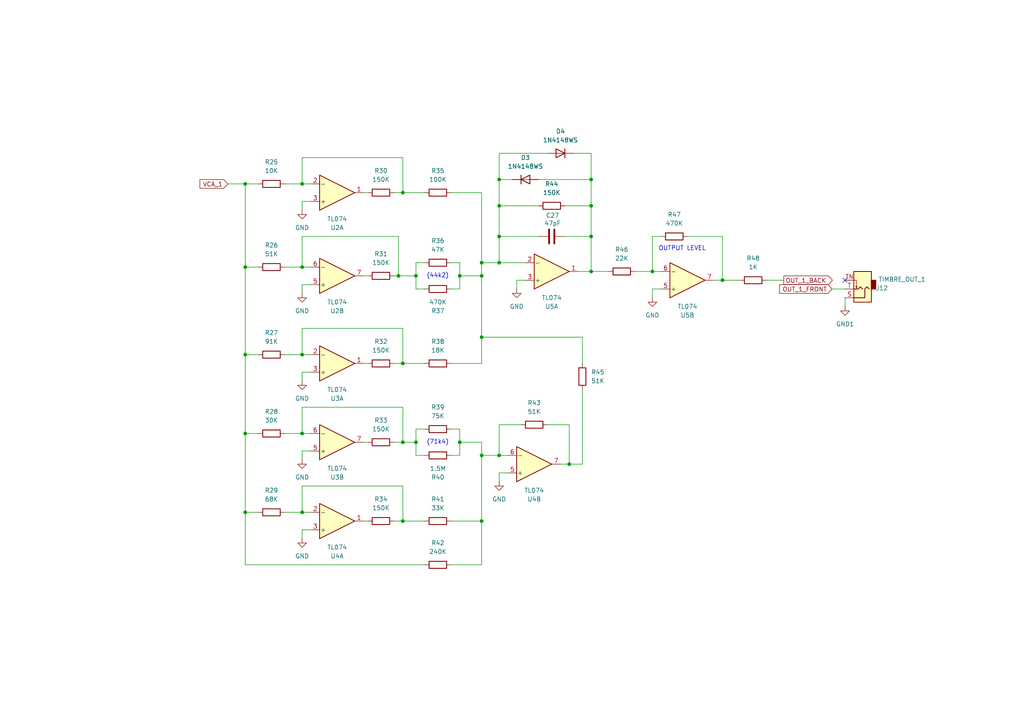
<source format=kicad_sch>
(kicad_sch (version 20231120) (generator "eeschema") (generator_version "8.0")
  (paper "A4")
  (title_block (title "Dual Timbre Wavefolder Section") (date "2025-05-01") (rev "1.0") (company "StudioKAT"))
  (lib_symbols
    (symbol "Amplifier_Operational:TL074" (pin_names (offset 0.127))
      (property "Reference" "U" (at 0 5.08 0))
      (property "Value" "TL074" (at 0 -5.08 0))
      (symbol "TL074_1_1"
        (polyline (pts (xy -5.08 5.08) (xy 5.08 0) (xy -5.08 -5.08) (xy -5.08 5.08)) (stroke (width 0.254)) (fill (type background)))
        (pin output line (at 7.62 0 180) (length 2.54) (name "~") (number "1"))
        (pin input line (at -7.62 -2.54 0) (length 2.54) (name "-") (number "2"))
        (pin input line (at -7.62 2.54 0) (length 2.54) (name "+") (number "3"))
      )
      (symbol "TL074_2_1"
        (polyline (pts (xy -5.08 5.08) (xy 5.08 0) (xy -5.08 -5.08) (xy -5.08 5.08)) (stroke (width 0.254)) (fill (type background)))
        (pin input line (at -7.62 2.54 0) (length 2.54) (name "+") (number "5"))
        (pin input line (at -7.62 -2.54 0) (length 2.54) (name "-") (number "6"))
        (pin output line (at 7.62 0 180) (length 2.54) (name "~") (number "7"))
      )
      (symbol "TL074_3_1"
        (polyline (pts (xy -5.08 5.08) (xy 5.08 0) (xy -5.08 -5.08) (xy -5.08 5.08)) (stroke (width 0.254)) (fill (type background)))
        (pin input line (at -7.62 2.54 0) (length 2.54) (name "+") (number "10"))
        (pin output line (at 7.62 0 180) (length 2.54) (name "~") (number "8"))
        (pin input line (at -7.62 -2.54 0) (length 2.54) (name "-") (number "9"))
      )
      (symbol "TL074_4_1"
        (polyline (pts (xy -5.08 5.08) (xy 5.08 0) (xy -5.08 -5.08) (xy -5.08 5.08)) (stroke (width 0.254)) (fill (type background)))
        (pin input line (at -7.62 2.54 0) (length 2.54) (name "+") (number "12"))
        (pin input line (at -7.62 -2.54 0) (length 2.54) (name "-") (number "13"))
        (pin output line (at 7.62 0 180) (length 2.54) (name "~") (number "14"))
      )
      (symbol "TL074_5_1"
        (pin power_in line (at -2.54 -7.62 90) (length 3.81) (name "V-") (number "11"))
        (pin power_in line (at -2.54 7.62 270) (length 3.81) (name "V+") (number "4"))
      )
    )
    (symbol "Connector_Audio:AudioJack2_SwitchT"
      (property "Reference" "J" (at 0 8.89 0))
      (property "Value" "AudioJack2_SwitchT" (at 0 6.35 0))
      (symbol "AudioJack2_SwitchT_0_1"
        (rectangle (start -2.54 0) (end -3.81 -2.54) (stroke (width 0.254)) (fill (type outline)))
        (polyline (pts (xy 1.778 -0.254) (xy 2.032 -0.762)))
        (polyline (pts (xy 0 0) (xy 0.635 -0.635) (xy 1.27 0) (xy 2.54 0)) (stroke (width 0.254)))
        (polyline (pts (xy 2.54 -2.54) (xy 1.778 -2.54) (xy 1.778 -0.254) (xy 1.524 -0.762)))
        (polyline (pts (xy 2.54 2.54) (xy -0.635 2.54) (xy -0.635 0) (xy -1.27 -0.635) (xy -1.905 0)) (stroke (width 0.254)))
        (rectangle (start 2.54 3.81) (end -2.54 -5.08) (stroke (width 0.254)) (fill (type background)))
      )
      (symbol "AudioJack2_SwitchT_1_1"
        (pin passive line (at 5.08 2.54 180) (length 2.54) (name "~") (number "S"))
        (pin passive line (at 5.08 0 180) (length 2.54) (name "~") (number "T"))
        (pin passive line (at 5.08 -2.54 180) (length 2.54) (name "~") (number "TN"))
      )
    )
    (symbol "Device:C" (pin_numbers hide) (pin_names (offset 0.254))
      (property "Reference" "C" (at 0.635 2.54 0))
      (property "Value" "C" (at 0.635 -2.54 0))
      (symbol "C_0_1"
        (polyline (pts (xy -2.032 -0.762) (xy 2.032 -0.762)) (stroke (width 0.508)))
        (polyline (pts (xy -2.032 0.762) (xy 2.032 0.762)) (stroke (width 0.508)))
      )
      (symbol "C_1_1"
        (pin passive line (at 0 3.81 270) (length 2.794) (name "~") (number "1"))
        (pin passive line (at 0 -3.81 90) (length 2.794) (name "~") (number "2"))
      )
    )
    (symbol "Device:R" (pin_numbers hide) (pin_names (offset 0))
      (property "Reference" "R" (at 2.032 0 90))
      (property "Value" "R" (at 0 0 90))
      (symbol "R_0_1"
        (rectangle (start -1.016 -2.54) (end 1.016 2.54) (stroke (width 0.254)))
      )
      (symbol "R_1_1"
        (pin passive line (at 0 3.81 270) (length 1.27) (name "~") (number "1"))
        (pin passive line (at 0 -3.81 90) (length 1.27) (name "~") (number "2"))
      )
    )
    (symbol "Diode:1N4148WS" (pin_numbers hide) (pin_names hide)
      (property "Reference" "D" (at 0 2.54 0))
      (property "Value" "1N4148WS" (at 0 -2.54 0))
      (symbol "1N4148WS_0_1"
        (polyline (pts (xy -1.27 1.27) (xy -1.27 -1.27)) (stroke (width 0.254)))
        (polyline (pts (xy 1.27 0) (xy -1.27 0)))
        (polyline (pts (xy 1.27 1.27) (xy 1.27 -1.27) (xy -1.27 0) (xy 1.27 1.27)) (stroke (width 0.254)))
      )
      (symbol "1N4148WS_1_1"
        (pin passive line (at -3.81 0 0) (length 2.54) (name "K") (number "1"))
        (pin passive line (at 3.81 0 180) (length 2.54) (name "A") (number "2"))
      )
    )
    (symbol "power:GND" (power) (pin_numbers hide) (pin_names (offset 0) hide)
      (property "Value" "GND" (at 0 -3.81 0))
      (symbol "GND_0_1"
        (polyline (pts (xy 0 0) (xy 0 -1.27) (xy 1.27 -1.27) (xy 0 -2.54) (xy -1.27 -1.27) (xy 0 -1.27)))
      )
      (symbol "GND_1_1"
        (pin power_in line (at 0 0 270) (length 0) (name "~") (number "1"))
      )
    )
    (symbol "power:GND1" (power) (pin_numbers hide) (pin_names (offset 0) hide)
      (property "Value" "GND1" (at 0 -3.81 0))
      (symbol "GND1_0_1"
        (polyline (pts (xy 0 0) (xy 0 -1.27) (xy 1.27 -1.27) (xy 0 -2.54) (xy -1.27 -1.27) (xy 0 -1.27)))
      )
      (symbol "GND1_1_1"
        (pin power_in line (at 0 0 270) (length 0) (name "~") (number "1"))
      )
    )
  )
  (junction (at 87.63 102.87))
  (junction (at 87.63 77.47))
  (junction (at 71.12 125.73))
  (junction (at 120.65 128.27))
  (junction (at 87.63 125.73))
  (junction (at 171.45 78.74))
  (junction (at 165.1 134.62))
  (junction (at 115.57 80.01))
  (junction (at 71.12 148.59))
  (junction (at 87.63 148.59))
  (junction (at 120.65 80.01))
  (junction (at 144.78 52.07))
  (junction (at 139.7 151.13))
  (junction (at 87.63 53.34))
  (junction (at 189.23 78.74))
  (junction (at 71.12 53.34))
  (junction (at 133.35 80.01))
  (junction (at 171.45 52.07))
  (junction (at 71.12 102.87))
  (junction (at 139.7 132.08))
  (junction (at 133.35 128.27))
  (junction (at 116.84 55.88))
  (junction (at 116.84 105.41))
  (junction (at 209.55 81.28))
  (junction (at 171.45 59.69))
  (junction (at 71.12 77.47))
  (junction (at 144.78 132.08))
  (junction (at 139.7 80.01))
  (junction (at 144.78 76.2))
  (junction (at 144.78 68.58))
  (junction (at 139.7 76.2))
  (junction (at 144.78 59.69))
  (junction (at 116.84 151.13))
  (junction (at 116.84 128.27))
  (junction (at 171.45 68.58))
  (junction (at 139.7 97.79))
  (no_connect (at 245.11 81.28))
  (wire (pts (xy 156.21 52.07) (xy 171.45 52.07)))
  (wire (pts (xy 87.63 130.81) (xy 87.63 133.35)))
  (wire (pts (xy 71.12 102.87) (xy 71.12 125.73)))
  (wire (pts (xy 82.55 102.87) (xy 87.63 102.87)))
  (wire (pts (xy 144.78 52.07) (xy 144.78 59.69)))
  (wire (pts (xy 191.77 83.82) (xy 189.23 83.82)))
  (wire (pts (xy 87.63 82.55) (xy 87.63 85.09)))
  (wire (pts (xy 168.91 134.62) (xy 165.1 134.62)))
  (wire (pts (xy 133.35 83.82) (xy 133.35 80.01)))
  (wire (pts (xy 87.63 68.58) (xy 115.57 68.58)))
  (wire (pts (xy 133.35 132.08) (xy 130.81 132.08)))
  (wire (pts (xy 139.7 55.88) (xy 139.7 76.2)))
  (wire (pts (xy 189.23 78.74) (xy 191.77 78.74)))
  (wire (pts (xy 158.75 123.19) (xy 165.1 123.19)))
  (wire (pts (xy 71.12 148.59) (xy 71.12 163.83)))
  (wire (pts (xy 133.35 124.46) (xy 133.35 128.27)))
  (wire (pts (xy 199.39 68.58) (xy 209.55 68.58)))
  (wire (pts (xy 130.81 55.88) (xy 139.7 55.88)))
  (wire (pts (xy 171.45 78.74) (xy 167.64 78.74)))
  (wire (pts (xy 139.7 105.41) (xy 139.7 97.79)))
  (wire (pts (xy 171.45 78.74) (xy 176.53 78.74)))
  (wire (pts (xy 241.3 83.82) (xy 245.11 83.82)))
  (wire (pts (xy 120.65 124.46) (xy 123.19 124.46)))
  (wire (pts (xy 116.84 105.41) (xy 116.84 95.25)))
  (wire (pts (xy 130.81 151.13) (xy 139.7 151.13)))
  (wire (pts (xy 90.17 153.67) (xy 87.63 153.67)))
  (wire (pts (xy 106.68 105.41) (xy 105.41 105.41)))
  (wire (pts (xy 120.65 83.82) (xy 120.65 80.01)))
  (wire (pts (xy 120.65 132.08) (xy 120.65 128.27)))
  (wire (pts (xy 168.91 97.79) (xy 139.7 97.79)))
  (wire (pts (xy 71.12 77.47) (xy 71.12 102.87)))
  (wire (pts (xy 116.84 151.13) (xy 116.84 140.97)))
  (wire (pts (xy 156.21 68.58) (xy 144.78 68.58)))
  (wire (pts (xy 144.78 137.16) (xy 144.78 139.7)))
  (wire (pts (xy 90.17 53.34) (xy 87.63 53.34)))
  (wire (pts (xy 105.41 128.27) (xy 106.68 128.27)))
  (wire (pts (xy 66.04 53.34) (xy 71.12 53.34)))
  (wire (pts (xy 165.1 123.19) (xy 165.1 134.62)))
  (wire (pts (xy 156.21 59.69) (xy 144.78 59.69)))
  (wire (pts (xy 163.83 68.58) (xy 171.45 68.58)))
  (wire (pts (xy 184.15 78.74) (xy 189.23 78.74)))
  (wire (pts (xy 130.81 83.82) (xy 133.35 83.82)))
  (wire (pts (xy 147.32 132.08) (xy 144.78 132.08)))
  (wire (pts (xy 144.78 132.08) (xy 144.78 123.19)))
  (wire (pts (xy 189.23 68.58) (xy 189.23 78.74)))
  (wire (pts (xy 116.84 55.88) (xy 123.19 55.88)))
  (wire (pts (xy 90.17 102.87) (xy 87.63 102.87)))
  (wire (pts (xy 116.84 151.13) (xy 123.19 151.13)))
  (wire (pts (xy 87.63 68.58) (xy 87.63 77.47)))
  (wire (pts (xy 139.7 80.01) (xy 139.7 76.2)))
  (wire (pts (xy 133.35 128.27) (xy 139.7 128.27)))
  (wire (pts (xy 74.93 102.87) (xy 71.12 102.87)))
  (wire (pts (xy 74.93 77.47) (xy 71.12 77.47)))
  (wire (pts (xy 87.63 107.95) (xy 87.63 110.49)))
  (wire (pts (xy 106.68 151.13) (xy 105.41 151.13)))
  (wire (pts (xy 139.7 80.01) (xy 139.7 97.79)))
  (wire (pts (xy 74.93 125.73) (xy 71.12 125.73)))
  (wire (pts (xy 106.68 55.88) (xy 105.41 55.88)))
  (wire (pts (xy 87.63 148.59) (xy 87.63 140.97)))
  (wire (pts (xy 222.25 81.28) (xy 227.33 81.28)))
  (wire (pts (xy 139.7 76.2) (xy 144.78 76.2)))
  (wire (pts (xy 90.17 82.55) (xy 87.63 82.55)))
  (wire (pts (xy 120.65 76.2) (xy 120.65 80.01)))
  (wire (pts (xy 144.78 137.16) (xy 147.32 137.16)))
  (wire (pts (xy 116.84 128.27) (xy 120.65 128.27)))
  (wire (pts (xy 149.86 81.28) (xy 149.86 83.82)))
  (wire (pts (xy 130.81 124.46) (xy 133.35 124.46)))
  (wire (pts (xy 82.55 125.73) (xy 87.63 125.73)))
  (wire (pts (xy 171.45 44.45) (xy 171.45 52.07)))
  (wire (pts (xy 90.17 58.42) (xy 87.63 58.42)))
  (wire (pts (xy 106.68 80.01) (xy 105.41 80.01)))
  (wire (pts (xy 144.78 59.69) (xy 144.78 68.58)))
  (wire (pts (xy 87.63 153.67) (xy 87.63 156.21)))
  (wire (pts (xy 245.11 88.9) (xy 245.11 86.36)))
  (wire (pts (xy 144.78 76.2) (xy 152.4 76.2)))
  (wire (pts (xy 152.4 81.28) (xy 149.86 81.28)))
  (wire (pts (xy 120.65 124.46) (xy 120.65 128.27)))
  (wire (pts (xy 120.65 83.82) (xy 123.19 83.82)))
  (wire (pts (xy 116.84 105.41) (xy 123.19 105.41)))
  (wire (pts (xy 144.78 68.58) (xy 144.78 76.2)))
  (wire (pts (xy 90.17 107.95) (xy 87.63 107.95)))
  (wire (pts (xy 87.63 140.97) (xy 116.84 140.97)))
  (wire (pts (xy 116.84 55.88) (xy 116.84 45.72)))
  (wire (pts (xy 82.55 77.47) (xy 87.63 77.47)))
  (wire (pts (xy 71.12 148.59) (xy 74.93 148.59)))
  (wire (pts (xy 209.55 68.58) (xy 209.55 81.28)))
  (wire (pts (xy 115.57 68.58) (xy 115.57 80.01)))
  (wire (pts (xy 144.78 123.19) (xy 151.13 123.19)))
  (wire (pts (xy 166.37 44.45) (xy 171.45 44.45)))
  (wire (pts (xy 130.81 105.41) (xy 139.7 105.41)))
  (wire (pts (xy 171.45 68.58) (xy 171.45 78.74)))
  (wire (pts (xy 133.35 80.01) (xy 139.7 80.01)))
  (wire (pts (xy 71.12 53.34) (xy 71.12 77.47)))
  (wire (pts (xy 144.78 132.08) (xy 139.7 132.08)))
  (wire (pts (xy 148.59 52.07) (xy 144.78 52.07)))
  (wire (pts (xy 87.63 45.72) (xy 116.84 45.72)))
  (wire (pts (xy 133.35 76.2) (xy 133.35 80.01)))
  (wire (pts (xy 87.63 95.25) (xy 116.84 95.25)))
  (wire (pts (xy 87.63 148.59) (xy 90.17 148.59)))
  (wire (pts (xy 133.35 132.08) (xy 133.35 128.27)))
  (wire (pts (xy 168.91 105.41) (xy 168.91 97.79)))
  (wire (pts (xy 123.19 163.83) (xy 71.12 163.83)))
  (wire (pts (xy 114.3 128.27) (xy 116.84 128.27)))
  (wire (pts (xy 87.63 58.42) (xy 87.63 60.96)))
  (wire (pts (xy 165.1 134.62) (xy 162.56 134.62)))
  (wire (pts (xy 71.12 125.73) (xy 71.12 148.59)))
  (wire (pts (xy 115.57 80.01) (xy 120.65 80.01)))
  (wire (pts (xy 139.7 132.08) (xy 139.7 151.13)))
  (wire (pts (xy 87.63 118.11) (xy 116.84 118.11)))
  (wire (pts (xy 209.55 81.28) (xy 214.63 81.28)))
  (wire (pts (xy 90.17 77.47) (xy 87.63 77.47)))
  (wire (pts (xy 82.55 148.59) (xy 87.63 148.59)))
  (wire (pts (xy 114.3 105.41) (xy 116.84 105.41)))
  (wire (pts (xy 191.77 68.58) (xy 189.23 68.58)))
  (wire (pts (xy 74.93 53.34) (xy 71.12 53.34)))
  (wire (pts (xy 87.63 102.87) (xy 87.63 95.25)))
  (wire (pts (xy 171.45 52.07) (xy 171.45 59.69)))
  (wire (pts (xy 120.65 76.2) (xy 123.19 76.2)))
  (wire (pts (xy 87.63 53.34) (xy 87.63 45.72)))
  (wire (pts (xy 90.17 130.81) (xy 87.63 130.81)))
  (wire (pts (xy 139.7 151.13) (xy 139.7 163.83)))
  (wire (pts (xy 114.3 151.13) (xy 116.84 151.13)))
  (wire (pts (xy 133.35 76.2) (xy 130.81 76.2)))
  (wire (pts (xy 114.3 55.88) (xy 116.84 55.88)))
  (wire (pts (xy 207.01 81.28) (xy 209.55 81.28)))
  (wire (pts (xy 168.91 113.03) (xy 168.91 134.62)))
  (wire (pts (xy 82.55 53.34) (xy 87.63 53.34)))
  (wire (pts (xy 139.7 163.83) (xy 130.81 163.83)))
  (wire (pts (xy 87.63 125.73) (xy 87.63 118.11)))
  (wire (pts (xy 171.45 59.69) (xy 171.45 68.58)))
  (wire (pts (xy 189.23 83.82) (xy 189.23 86.36)))
  (wire (pts (xy 158.75 44.45) (xy 144.78 44.45)))
  (wire (pts (xy 139.7 128.27) (xy 139.7 132.08)))
  (wire (pts (xy 120.65 132.08) (xy 123.19 132.08)))
  (wire (pts (xy 144.78 44.45) (xy 144.78 52.07)))
  (wire (pts (xy 116.84 128.27) (xy 116.84 118.11)))
  (wire (pts (xy 163.83 59.69) (xy 171.45 59.69)))
  (wire (pts (xy 87.63 125.73) (xy 90.17 125.73)))
  (wire (pts (xy 114.3 80.01) (xy 115.57 80.01)))
  (text "(71k4)" (at 123.698 129.032 0) (effects (font (size 1.27 1.27)) (justify left bottom)))
  (text "(44k2)" (at 123.698 80.772 0) (effects (font (size 1.27 1.27)) (justify left bottom)))
  (text "OUTPUT LEVEL" (at 197.866 72.136 0) (effects (font (size 1.27 1.27))))
  (global_label "VCA_1" (shape input) (at 66.04 53.34 180) (property "Intersheetrefs" "${INTERSHEET_REFS}" (effects (hide yes))))
  (global_label "OUT_1_FRONT" (shape input) (at 241.3 83.82 180) (property "Intersheetrefs" "${INTERSHEET_REFS}" (effects (hide yes))))
  (global_label "OUT_1_BACK" (shape output) (at 227.33 81.28 0) (property "Intersheetrefs" "${INTERSHEET_REFS}" (effects (hide yes))))
  (symbol (lib_id "Device:R") (at 110.49 105.41 90) (unit 1)
    (property "Reference" "R32" (at 110.49 99.06 90))
    (property "Value" "150K" (at 110.49 101.6 90))
    (property "Footprint" "Resistor_SMD:R_0402_1005Metric" (effects (hide yes)))
    (property "Description" "Resistor" (effects (hide yes)))
    (property "LCSC" "C25755" (effects (hide yes)))
  )
  (symbol (lib_id "Device:R") (at 127 151.13 90) (unit 1)
    (property "Reference" "R41" (at 127 144.78 90))
    (property "Value" "33K" (at 127 147.32 90))
    (property "Footprint" "Resistor_SMD:R_0402_1005Metric" (effects (hide yes)))
    (property "Description" "Resistor" (effects (hide yes)))
    (property "LCSC" "C25779" (effects (hide yes)))
  )
  (symbol (lib_id "Amplifier_Operational:TL074") (at 97.79 128.27 0) (mirror x) (unit 2)
    (property "Reference" "U3" (at 97.79 138.43 0))
    (property "Value" "TL074" (at 97.79 135.89 0))
    (property "Footprint" "Package_SO:SOIC-14_3.9x8.7mm_P1.27mm" (effects (hide yes)))
    (property "Datasheet" "http://www.ti.com/lit/ds/symlink/tl071.pdf" (effects (hide yes)))
    (property "Description" "Quad Low-Noise JFET-Input Operational Amplifiers, DIP-14/SOIC-14" (effects (hide yes)))
    (property "LCSC" "C6963" (effects (hide yes)))
  )
  (symbol (lib_id "power:GND") (at 87.63 85.09 0) (unit 1)
    (property "Reference" "#PWR043" (effects (hide yes)))
    (property "Value" "GND" (at 87.63 90.17 0))
    (property "Description" "Power symbol creates a global label with name \"GND\" , ground" (effects (hide yes)))
  )
  (symbol (lib_id "Diode:1N4148WS") (at 152.4 52.07 0) (unit 1)
    (property "Reference" "D3" (at 152.4 45.72 0))
    (property "Value" "1N4148WS" (at 152.4 48.26 0))
    (property "Footprint" "Diode_SMD:D_SOD-323" (effects (hide yes)))
    (property "Datasheet" "https://www.vishay.com/docs/85751/1n4148ws.pdf" (effects (hide yes)))
    (property "Description" "75V 0.15A Fast switching Diode, SOD-323" (effects (hide yes)))
    (property "Sim.Device" "D" (effects (hide yes)))
    (property "Sim.Pins" "1=K 2=A" (effects (hide yes)))
    (property "LCSC" "C2128" (effects (hide yes)))
  )
  (symbol (lib_id "Device:R") (at 127 76.2 90) (unit 1)
    (property "Reference" "R36" (at 127 69.85 90))
    (property "Value" "47K" (at 127 72.39 90))
    (property "Footprint" "Resistor_SMD:R_0402_1005Metric" (effects (hide yes)))
    (property "Description" "Resistor" (effects (hide yes)))
    (property "LCSC" "C25792" (effects (hide yes)))
  )
  (symbol (lib_id "Device:R") (at 218.44 81.28 90) (unit 1)
    (property "Reference" "R48" (at 218.44 74.93 90))
    (property "Value" "1K" (at 218.44 77.47 90))
    (property "Footprint" "Resistor_SMD:R_0402_1005Metric" (effects (hide yes)))
    (property "Description" "Resistor" (effects (hide yes)))
    (property "LCSC" "C11702" (effects (hide yes)))
  )
  (symbol (lib_id "power:GND") (at 87.63 60.96 0) (unit 1)
    (property "Reference" "#PWR042" (effects (hide yes)))
    (property "Value" "GND" (at 87.63 66.04 0))
    (property "Description" "Power symbol creates a global label with name \"GND\" , ground" (effects (hide yes)))
  )
  (symbol (lib_id "Amplifier_Operational:TL074") (at 97.79 105.41 0) (mirror x) (unit 1)
    (property "Reference" "U3" (at 97.79 115.57 0))
    (property "Value" "TL074" (at 97.79 113.03 0))
    (property "Footprint" "Package_SO:SOIC-14_3.9x8.7mm_P1.27mm" (effects (hide yes)))
    (property "Datasheet" "http://www.ti.com/lit/ds/symlink/tl071.pdf" (effects (hide yes)))
    (property "Description" "Quad Low-Noise JFET-Input Operational Amplifiers, DIP-14/SOIC-14" (effects (hide yes)))
    (property "LCSC" "C6963" (effects (hide yes)))
  )
  (symbol (lib_id "Device:R") (at 127 83.82 90) (mirror x) (unit 1)
    (property "Reference" "R37" (at 127 90.17 90))
    (property "Value" "470K" (at 127 87.63 90))
    (property "Footprint" "Resistor_SMD:R_0402_1005Metric" (effects (hide yes)))
    (property "Description" "Resistor" (effects (hide yes)))
    (property "LCSC" "C25790" (effects (hide yes)))
  )
  (symbol (lib_id "power:GND1") (at 245.11 88.9 0) (unit 1)
    (property "Reference" "#PWR050" (effects (hide yes)))
    (property "Value" "GND1" (at 245.11 93.98 0))
    (property "Description" "Power symbol creates a global label with name \"GND1\" , ground" (effects (hide yes)))
  )
  (symbol (lib_id "power:GND") (at 87.63 133.35 0) (unit 1)
    (property "Reference" "#PWR045" (effects (hide yes)))
    (property "Value" "GND" (at 87.63 138.43 0))
    (property "Description" "Power symbol creates a global label with name \"GND\" , ground" (effects (hide yes)))
  )
  (symbol (lib_id "Device:R") (at 78.74 148.59 90) (unit 1)
    (property "Reference" "R29" (at 78.74 142.24 90))
    (property "Value" "68K" (at 78.74 144.78 90))
    (property "Footprint" "Resistor_SMD:R_0402_1005Metric" (effects (hide yes)))
    (property "Description" "Resistor" (effects (hide yes)))
    (property "LCSC" "C36871" (effects (hide yes)))
  )
  (symbol (lib_id "power:GND") (at 149.86 83.82 0) (unit 1)
    (property "Reference" "#PWR048" (effects (hide yes)))
    (property "Value" "GND" (at 149.86 88.9 0))
    (property "Description" "Power symbol creates a global label with name \"GND\" , ground" (effects (hide yes)))
  )
  (symbol (lib_id "Device:R") (at 127 132.08 90) (mirror x) (unit 1)
    (property "Reference" "R40" (at 127 138.43 90))
    (property "Value" "1.5M" (at 127 135.89 90))
    (property "Footprint" "Resistor_SMD:R_0603_1608Metric" (effects (hide yes)))
    (property "Description" "Resistor" (effects (hide yes)))
    (property "LCSC" "C4172" (effects (hide yes)))
  )
  (symbol (lib_id "Device:R") (at 110.49 151.13 90) (unit 1)
    (property "Reference" "R34" (at 110.49 144.78 90))
    (property "Value" "150K" (at 110.49 147.32 90))
    (property "Footprint" "Resistor_SMD:R_0402_1005Metric" (effects (hide yes)))
    (property "Description" "Resistor" (effects (hide yes)))
    (property "LCSC" "C25755" (effects (hide yes)))
  )
  (symbol (lib_id "Device:R") (at 110.49 55.88 90) (unit 1)
    (property "Reference" "R30" (at 110.49 49.53 90))
    (property "Value" "150K" (at 110.49 52.07 90))
    (property "Footprint" "Resistor_SMD:R_0402_1005Metric" (effects (hide yes)))
    (property "Description" "Resistor" (effects (hide yes)))
    (property "LCSC" "C25755" (effects (hide yes)))
  )
  (symbol (lib_id "Diode:1N4148WS") (at 162.56 44.45 0) (mirror y) (unit 1)
    (property "Reference" "D4" (at 162.56 38.1 0))
    (property "Value" "1N4148WS" (at 162.56 40.64 0))
    (property "Footprint" "Diode_SMD:D_SOD-323" (effects (hide yes)))
    (property "Datasheet" "https://www.vishay.com/docs/85751/1n4148ws.pdf" (effects (hide yes)))
    (property "Description" "75V 0.15A Fast switching Diode, SOD-323" (effects (hide yes)))
    (property "Sim.Device" "D" (effects (hide yes)))
    (property "Sim.Pins" "1=K 2=A" (effects (hide yes)))
    (property "LCSC" "C2128" (effects (hide yes)))
  )
  (symbol (lib_id "Connector_Audio:AudioJack2_SwitchT") (at 250.19 83.82 180) (unit 1)
    (property "Reference" "J12" (at 255.778 83.566 0))
    (property "Value" "TIMBRE_OUT_1" (at 261.62 81.026 0))
    (property "Footprint" "kat_eurorack:AudioJack_PJ301M-12" (effects (hide yes)))
    (property "Description" "Audio Jack, 2 Poles (Mono / TS), Switched T Pole (Normalling)" (effects (hide yes)))
  )
  (symbol (lib_id "Amplifier_Operational:TL074") (at 199.39 81.28 0) (mirror x) (unit 2)
    (property "Reference" "U5" (at 199.39 91.44 0))
    (property "Value" "TL074" (at 199.39 88.9 0))
    (property "Footprint" "Package_SO:SOIC-14_3.9x8.7mm_P1.27mm" (effects (hide yes)))
    (property "Datasheet" "http://www.ti.com/lit/ds/symlink/tl071.pdf" (effects (hide yes)))
    (property "Description" "Quad Low-Noise JFET-Input Operational Amplifiers, DIP-14/SOIC-14" (effects (hide yes)))
    (property "LCSC" "C6963" (effects (hide yes)))
  )
  (symbol (lib_id "Device:R") (at 127 105.41 90) (unit 1)
    (property "Reference" "R38" (at 127 99.06 90))
    (property "Value" "18K" (at 127 101.6 90))
    (property "Footprint" "Resistor_SMD:R_0402_1005Metric" (effects (hide yes)))
    (property "Description" "Resistor" (effects (hide yes)))
    (property "LCSC" "C25762" (effects (hide yes)))
  )
  (symbol (lib_id "Device:R") (at 78.74 77.47 90) (unit 1)
    (property "Reference" "R26" (at 78.74 71.12 90))
    (property "Value" "51K" (at 78.74 73.66 90))
    (property "Footprint" "Resistor_SMD:R_0402_1005Metric" (effects (hide yes)))
    (property "Description" "Resistor" (effects (hide yes)))
    (property "LCSC" "C25794" (effects (hide yes)))
  )
  (symbol (lib_id "Device:R") (at 168.91 109.22 180) (unit 1)
    (property "Reference" "R45" (at 171.45 107.9499 0) (effects (justify right)))
    (property "Value" "51K" (at 171.45 110.4899 0) (effects (justify right)))
    (property "Footprint" "Resistor_SMD:R_0402_1005Metric" (effects (hide yes)))
    (property "Description" "Resistor" (effects (hide yes)))
    (property "LCSC" "C25794" (effects (hide yes)))
  )
  (symbol (lib_id "Device:R") (at 127 163.83 90) (unit 1)
    (property "Reference" "R42" (at 127 157.48 90))
    (property "Value" "240K" (at 127 160.02 90))
    (property "Footprint" "Resistor_SMD:R_0603_1608Metric" (effects (hide yes)))
    (property "Description" "Resistor" (effects (hide yes)))
    (property "LCSC" "C4197" (effects (hide yes)))
  )
  (symbol (lib_id "Amplifier_Operational:TL074") (at 160.02 78.74 0) (mirror x) (unit 1)
    (property "Reference" "U5" (at 160.02 88.9 0))
    (property "Value" "TL074" (at 160.02 86.36 0))
    (property "Footprint" "Package_SO:SOIC-14_3.9x8.7mm_P1.27mm" (effects (hide yes)))
    (property "Datasheet" "http://www.ti.com/lit/ds/symlink/tl071.pdf" (effects (hide yes)))
    (property "Description" "Quad Low-Noise JFET-Input Operational Amplifiers, DIP-14/SOIC-14" (effects (hide yes)))
    (property "LCSC" "C6963" (effects (hide yes)))
  )
  (symbol (lib_id "Amplifier_Operational:TL074") (at 154.94 134.62 0) (mirror x) (unit 2)
    (property "Reference" "U4" (at 154.94 144.78 0))
    (property "Value" "TL074" (at 154.94 142.24 0))
    (property "Footprint" "Package_SO:SOIC-14_3.9x8.7mm_P1.27mm" (effects (hide yes)))
    (property "Datasheet" "http://www.ti.com/lit/ds/symlink/tl071.pdf" (effects (hide yes)))
    (property "Description" "Quad Low-Noise JFET-Input Operational Amplifiers, DIP-14/SOIC-14" (effects (hide yes)))
    (property "LCSC" "C6963" (effects (hide yes)))
  )
  (symbol (lib_id "Amplifier_Operational:TL074") (at 97.79 151.13 0) (mirror x) (unit 1)
    (property "Reference" "U4" (at 97.79 161.29 0))
    (property "Value" "TL074" (at 97.79 158.75 0))
    (property "Footprint" "Package_SO:SOIC-14_3.9x8.7mm_P1.27mm" (effects (hide yes)))
    (property "Datasheet" "http://www.ti.com/lit/ds/symlink/tl071.pdf" (effects (hide yes)))
    (property "Description" "Quad Low-Noise JFET-Input Operational Amplifiers, DIP-14/SOIC-14" (effects (hide yes)))
    (property "LCSC" "C6963" (effects (hide yes)))
  )
  (symbol (lib_id "Amplifier_Operational:TL074") (at 97.79 55.88 0) (mirror x) (unit 1)
    (property "Reference" "U2" (at 97.79 66.04 0))
    (property "Value" "TL074" (at 97.79 63.5 0))
    (property "Footprint" "Package_SO:SOIC-14_3.9x8.7mm_P1.27mm" (effects (hide yes)))
    (property "Datasheet" "http://www.ti.com/lit/ds/symlink/tl071.pdf" (effects (hide yes)))
    (property "Description" "Quad Low-Noise JFET-Input Operational Amplifiers, DIP-14/SOIC-14" (effects (hide yes)))
    (property "LCSC" "C6963" (effects (hide yes)))
  )
  (symbol (lib_id "Device:R") (at 110.49 80.01 90) (unit 1)
    (property "Reference" "R31" (at 110.49 73.66 90))
    (property "Value" "150K" (at 110.49 76.2 90))
    (property "Footprint" "Resistor_SMD:R_0402_1005Metric" (effects (hide yes)))
    (property "Description" "Resistor" (effects (hide yes)))
    (property "LCSC" "C25755" (effects (hide yes)))
  )
  (symbol (lib_id "Device:C") (at 160.02 68.58 90) (unit 1)
    (property "Reference" "C27" (at 160.274 62.484 90))
    (property "Value" "47pF" (at 160.274 64.77 90))
    (property "Footprint" "Capacitor_SMD:C_0402_1005Metric" (effects (hide yes)))
    (property "LCSC" "C1567" (effects (hide yes)))
  )
  (symbol (lib_id "Device:R") (at 160.02 59.69 90) (unit 1)
    (property "Reference" "R44" (at 160.02 53.34 90))
    (property "Value" "150K" (at 160.02 55.88 90))
    (property "Footprint" "Resistor_SMD:R_0402_1005Metric" (effects (hide yes)))
    (property "Description" "Resistor" (effects (hide yes)))
    (property "LCSC" "C25755" (effects (hide yes)))
  )
  (symbol (lib_id "Device:R") (at 78.74 125.73 90) (unit 1)
    (property "Reference" "R28" (at 78.74 119.38 90))
    (property "Value" "30K" (at 78.74 121.92 90))
    (property "Footprint" "Resistor_SMD:R_0603_1608Metric" (effects (hide yes)))
    (property "Description" "Resistor" (effects (hide yes)))
    (property "LCSC" "C22984" (effects (hide yes)))
  )
  (symbol (lib_id "Device:R") (at 127 124.46 90) (unit 1)
    (property "Reference" "R39" (at 127 118.11 90))
    (property "Value" "75K" (at 127 120.65 90))
    (property "Footprint" "Resistor_SMD:R_0402_1005Metric" (effects (hide yes)))
    (property "Description" "Resistor" (effects (hide yes)))
    (property "LCSC" "C25798" (effects (hide yes)))
  )
  (symbol (lib_id "Device:R") (at 180.34 78.74 90) (unit 1)
    (property "Reference" "R46" (at 180.34 72.39 90))
    (property "Value" "22K" (at 180.34 74.93 90))
    (property "Footprint" "Resistor_SMD:R_0603_1608Metric_Pad0.98x0.95mm_HandSolder" (effects (hide yes)))
    (property "Description" "Resistor" (effects (hide yes)))
    (property "LCSC" "C31850" (effects (hide yes)))
  )
  (symbol (lib_id "power:GND") (at 189.23 86.36 0) (unit 1)
    (property "Reference" "#PWR049" (effects (hide yes)))
    (property "Value" "GND" (at 189.23 91.44 0))
  )
  (symbol (lib_id "Device:R") (at 127 55.88 90) (unit 1)
    (property "Reference" "R35" (at 127 49.53 90))
    (property "Value" "100K" (at 127 52.07 90))
    (property "Footprint" "Resistor_SMD:R_0402_1005Metric" (effects (hide yes)))
    (property "Description" "Resistor" (effects (hide yes)))
    (property "LCSC" "C25741" (effects (hide yes)))
  )
  (symbol (lib_id "Device:R") (at 78.74 53.34 90) (unit 1)
    (property "Reference" "R25" (at 78.74 46.99 90))
    (property "Value" "10K" (at 78.74 49.53 90))
    (property "Footprint" "Resistor_SMD:R_0402_1005Metric" (effects (hide yes)))
    (property "Description" "Resistor" (effects (hide yes)))
    (property "LCSC" "C25744" (effects (hide yes)))
  )
  (symbol (lib_id "Device:R") (at 195.58 68.58 90) (unit 1)
    (property "Reference" "R47" (at 195.58 62.23 90))
    (property "Value" "470K" (at 195.58 64.77 90))
    (property "Footprint" "Resistor_SMD:R_0603_1608Metric_Pad0.98x0.95mm_HandSolder" (effects (hide yes)))
    (property "Description" "Resistor" (effects (hide yes)))
    (property "LCSC" "C23178" (effects (hide yes)))
  )
  (symbol (lib_id "Amplifier_Operational:TL074") (at 97.79 80.01 0) (mirror x) (unit 2)
    (property "Reference" "U2" (at 97.79 90.17 0))
    (property "Value" "TL074" (at 97.79 87.63 0))
    (property "Footprint" "Package_SO:SOIC-14_3.9x8.7mm_P1.27mm" (effects (hide yes)))
    (property "Datasheet" "http://www.ti.com/lit/ds/symlink/tl071.pdf" (effects (hide yes)))
    (property "Description" "Quad Low-Noise JFET-Input Operational Amplifiers, DIP-14/SOIC-14" (effects (hide yes)))
    (property "LCSC" "C6963" (effects (hide yes)))
  )
  (symbol (lib_id "Device:R") (at 78.74 102.87 90) (unit 1)
    (property "Reference" "R27" (at 78.74 96.52 90))
    (property "Value" "91K" (at 78.74 99.06 90))
    (property "Footprint" "Resistor_SMD:R_0603_1608Metric" (effects (hide yes)))
    (property "Description" "Resistor" (effects (hide yes)))
    (property "LCSC" "C23265" (effects (hide yes)))
  )
  (symbol (lib_id "power:GND") (at 144.78 139.7 0) (unit 1)
    (property "Reference" "#PWR047" (effects (hide yes)))
    (property "Value" "GND" (at 144.78 144.78 0))
    (property "Description" "Power symbol creates a global label with name \"GND\" , ground" (effects (hide yes)))
  )
  (symbol (lib_id "power:GND") (at 87.63 110.49 0) (unit 1)
    (property "Reference" "#PWR044" (effects (hide yes)))
    (property "Value" "GND" (at 87.63 115.57 0))
    (property "Description" "Power symbol creates a global label with name \"GND\" , ground" (effects (hide yes)))
  )
  (symbol (lib_id "power:GND") (at 87.63 156.21 0) (unit 1)
    (property "Reference" "#PWR046" (effects (hide yes)))
    (property "Value" "GND" (at 87.63 161.29 0))
    (property "Description" "Power symbol creates a global label with name \"GND\" , ground" (effects (hide yes)))
  )
  (symbol (lib_id "Device:R") (at 154.94 123.19 90) (unit 1)
    (property "Reference" "R43" (at 154.94 116.84 90))
    (property "Value" "51K" (at 154.94 119.38 90))
    (property "Footprint" "Resistor_SMD:R_0402_1005Metric" (effects (hide yes)))
    (property "Description" "Resistor" (effects (hide yes)))
    (property "LCSC" "C25794" (effects (hide yes)))
  )
  (symbol (lib_id "Device:R") (at 110.49 128.27 90) (unit 1)
    (property "Reference" "R33" (at 110.49 121.92 90))
    (property "Value" "150K" (at 110.49 124.46 90))
    (property "Footprint" "Resistor_SMD:R_0402_1005Metric" (effects (hide yes)))
    (property "Description" "Resistor" (effects (hide yes)))
    (property "LCSC" "C25755" (effects (hide yes)))
  )
)
</source>
